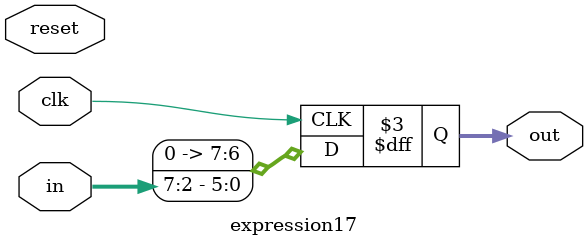
<source format=v>
module expression17
  #(parameter integer WIDTH = 8)
  (input wire             reset,
   input wire             clk,
   input wire [WIDTH-1:0] in,
   output reg [WIDTH-1:0] out);

   always @(posedge clk) out <= in >> 2;

endmodule

</source>
